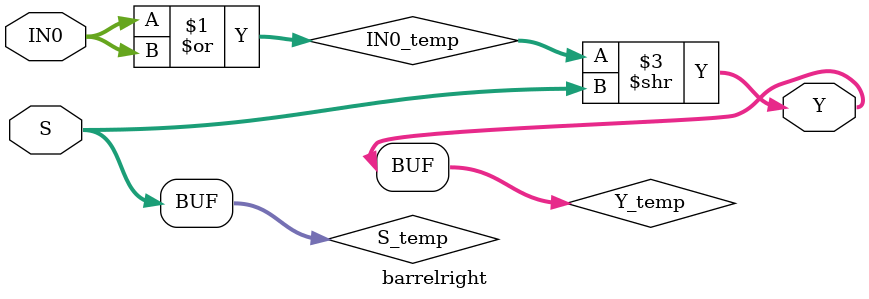
<source format=v>
module barrelright(IN0,S,Y);
  parameter N = 8;
  parameter M = 3;
  parameter DPFLAG = 1;
  parameter GROUP = "dpath1";
  parameter
        d_IN0 = 0,
        d_S = 0,
        d_Y = 1;
  input [(N - 1):0] IN0;
  input [(M - 1):0] S;
  output [(N - 1):0] Y;
  wire [(N - 1):0] IN0_temp;
  wire [(M - 1):0] S_temp;
  reg [(N - 1):0] Y_temp;
  assign #(d_IN0) IN0_temp = IN0|IN0;
  assign #(d_S) S_temp = S;
  assign #(d_Y) Y = Y_temp;
  always
    @(IN0_temp or S_temp)
      begin
      Y_temp = (IN0_temp >> S_temp);
      end
endmodule

</source>
